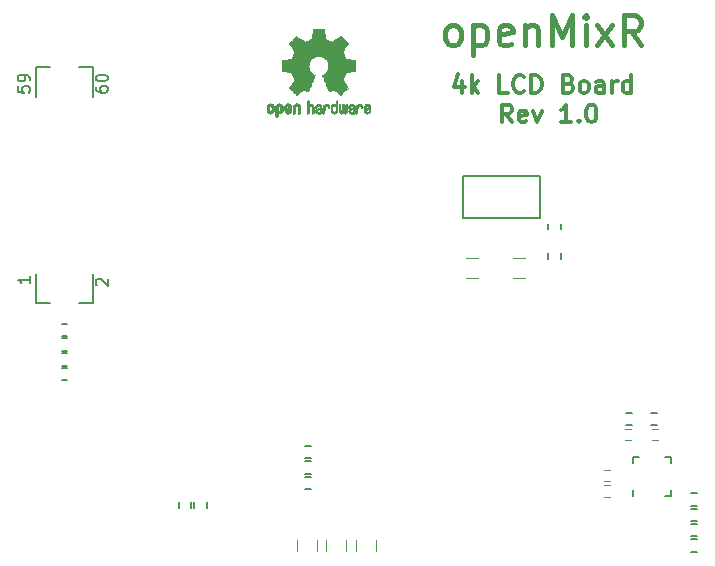
<source format=gto>
G04 #@! TF.FileFunction,Legend,Top*
%FSLAX46Y46*%
G04 Gerber Fmt 4.6, Leading zero omitted, Abs format (unit mm)*
G04 Created by KiCad (PCBNEW 4.0.6) date Mon Apr 10 15:20:49 2017*
%MOMM*%
%LPD*%
G01*
G04 APERTURE LIST*
%ADD10C,0.100000*%
%ADD11C,0.300000*%
%ADD12C,0.400000*%
%ADD13C,0.150000*%
%ADD14C,0.120000*%
%ADD15C,0.010000*%
G04 APERTURE END LIST*
D10*
D11*
X142892858Y-77678571D02*
X142392858Y-76964286D01*
X142035715Y-77678571D02*
X142035715Y-76178571D01*
X142607143Y-76178571D01*
X142750001Y-76250000D01*
X142821429Y-76321429D01*
X142892858Y-76464286D01*
X142892858Y-76678571D01*
X142821429Y-76821429D01*
X142750001Y-76892857D01*
X142607143Y-76964286D01*
X142035715Y-76964286D01*
X144107143Y-77607143D02*
X143964286Y-77678571D01*
X143678572Y-77678571D01*
X143535715Y-77607143D01*
X143464286Y-77464286D01*
X143464286Y-76892857D01*
X143535715Y-76750000D01*
X143678572Y-76678571D01*
X143964286Y-76678571D01*
X144107143Y-76750000D01*
X144178572Y-76892857D01*
X144178572Y-77035714D01*
X143464286Y-77178571D01*
X144678572Y-76678571D02*
X145035715Y-77678571D01*
X145392857Y-76678571D01*
X147892857Y-77678571D02*
X147035714Y-77678571D01*
X147464286Y-77678571D02*
X147464286Y-76178571D01*
X147321429Y-76392857D01*
X147178571Y-76535714D01*
X147035714Y-76607143D01*
X148535714Y-77535714D02*
X148607142Y-77607143D01*
X148535714Y-77678571D01*
X148464285Y-77607143D01*
X148535714Y-77535714D01*
X148535714Y-77678571D01*
X149535714Y-76178571D02*
X149678571Y-76178571D01*
X149821428Y-76250000D01*
X149892857Y-76321429D01*
X149964286Y-76464286D01*
X150035714Y-76750000D01*
X150035714Y-77107143D01*
X149964286Y-77392857D01*
X149892857Y-77535714D01*
X149821428Y-77607143D01*
X149678571Y-77678571D01*
X149535714Y-77678571D01*
X149392857Y-77607143D01*
X149321428Y-77535714D01*
X149250000Y-77392857D01*
X149178571Y-77107143D01*
X149178571Y-76750000D01*
X149250000Y-76464286D01*
X149321428Y-76321429D01*
X149392857Y-76250000D01*
X149535714Y-76178571D01*
X138678572Y-74178571D02*
X138678572Y-75178571D01*
X138321429Y-73607143D02*
X137964286Y-74678571D01*
X138892858Y-74678571D01*
X139464286Y-75178571D02*
X139464286Y-73678571D01*
X139607143Y-74607143D02*
X140035714Y-75178571D01*
X140035714Y-74178571D02*
X139464286Y-74750000D01*
X142535715Y-75178571D02*
X141821429Y-75178571D01*
X141821429Y-73678571D01*
X143892858Y-75035714D02*
X143821429Y-75107143D01*
X143607143Y-75178571D01*
X143464286Y-75178571D01*
X143250001Y-75107143D01*
X143107143Y-74964286D01*
X143035715Y-74821429D01*
X142964286Y-74535714D01*
X142964286Y-74321429D01*
X143035715Y-74035714D01*
X143107143Y-73892857D01*
X143250001Y-73750000D01*
X143464286Y-73678571D01*
X143607143Y-73678571D01*
X143821429Y-73750000D01*
X143892858Y-73821429D01*
X144535715Y-75178571D02*
X144535715Y-73678571D01*
X144892858Y-73678571D01*
X145107143Y-73750000D01*
X145250001Y-73892857D01*
X145321429Y-74035714D01*
X145392858Y-74321429D01*
X145392858Y-74535714D01*
X145321429Y-74821429D01*
X145250001Y-74964286D01*
X145107143Y-75107143D01*
X144892858Y-75178571D01*
X144535715Y-75178571D01*
X147678572Y-74392857D02*
X147892858Y-74464286D01*
X147964286Y-74535714D01*
X148035715Y-74678571D01*
X148035715Y-74892857D01*
X147964286Y-75035714D01*
X147892858Y-75107143D01*
X147750000Y-75178571D01*
X147178572Y-75178571D01*
X147178572Y-73678571D01*
X147678572Y-73678571D01*
X147821429Y-73750000D01*
X147892858Y-73821429D01*
X147964286Y-73964286D01*
X147964286Y-74107143D01*
X147892858Y-74250000D01*
X147821429Y-74321429D01*
X147678572Y-74392857D01*
X147178572Y-74392857D01*
X148892858Y-75178571D02*
X148750000Y-75107143D01*
X148678572Y-75035714D01*
X148607143Y-74892857D01*
X148607143Y-74464286D01*
X148678572Y-74321429D01*
X148750000Y-74250000D01*
X148892858Y-74178571D01*
X149107143Y-74178571D01*
X149250000Y-74250000D01*
X149321429Y-74321429D01*
X149392858Y-74464286D01*
X149392858Y-74892857D01*
X149321429Y-75035714D01*
X149250000Y-75107143D01*
X149107143Y-75178571D01*
X148892858Y-75178571D01*
X150678572Y-75178571D02*
X150678572Y-74392857D01*
X150607143Y-74250000D01*
X150464286Y-74178571D01*
X150178572Y-74178571D01*
X150035715Y-74250000D01*
X150678572Y-75107143D02*
X150535715Y-75178571D01*
X150178572Y-75178571D01*
X150035715Y-75107143D01*
X149964286Y-74964286D01*
X149964286Y-74821429D01*
X150035715Y-74678571D01*
X150178572Y-74607143D01*
X150535715Y-74607143D01*
X150678572Y-74535714D01*
X151392858Y-75178571D02*
X151392858Y-74178571D01*
X151392858Y-74464286D02*
X151464286Y-74321429D01*
X151535715Y-74250000D01*
X151678572Y-74178571D01*
X151821429Y-74178571D01*
X152964286Y-75178571D02*
X152964286Y-73678571D01*
X152964286Y-75107143D02*
X152821429Y-75178571D01*
X152535715Y-75178571D01*
X152392857Y-75107143D01*
X152321429Y-75035714D01*
X152250000Y-74892857D01*
X152250000Y-74464286D01*
X152321429Y-74321429D01*
X152392857Y-74250000D01*
X152535715Y-74178571D01*
X152821429Y-74178571D01*
X152964286Y-74250000D01*
D12*
X137702381Y-71130952D02*
X137464286Y-71011905D01*
X137345238Y-70892857D01*
X137226190Y-70654762D01*
X137226190Y-69940476D01*
X137345238Y-69702381D01*
X137464286Y-69583333D01*
X137702381Y-69464286D01*
X138059524Y-69464286D01*
X138297619Y-69583333D01*
X138416667Y-69702381D01*
X138535714Y-69940476D01*
X138535714Y-70654762D01*
X138416667Y-70892857D01*
X138297619Y-71011905D01*
X138059524Y-71130952D01*
X137702381Y-71130952D01*
X139607143Y-69464286D02*
X139607143Y-71964286D01*
X139607143Y-69583333D02*
X139845238Y-69464286D01*
X140321429Y-69464286D01*
X140559524Y-69583333D01*
X140678572Y-69702381D01*
X140797619Y-69940476D01*
X140797619Y-70654762D01*
X140678572Y-70892857D01*
X140559524Y-71011905D01*
X140321429Y-71130952D01*
X139845238Y-71130952D01*
X139607143Y-71011905D01*
X142821429Y-71011905D02*
X142583334Y-71130952D01*
X142107143Y-71130952D01*
X141869048Y-71011905D01*
X141750000Y-70773810D01*
X141750000Y-69821429D01*
X141869048Y-69583333D01*
X142107143Y-69464286D01*
X142583334Y-69464286D01*
X142821429Y-69583333D01*
X142940477Y-69821429D01*
X142940477Y-70059524D01*
X141750000Y-70297619D01*
X144011905Y-69464286D02*
X144011905Y-71130952D01*
X144011905Y-69702381D02*
X144130953Y-69583333D01*
X144369048Y-69464286D01*
X144726191Y-69464286D01*
X144964286Y-69583333D01*
X145083334Y-69821429D01*
X145083334Y-71130952D01*
X146273810Y-71130952D02*
X146273810Y-68630952D01*
X147107143Y-70416667D01*
X147940477Y-68630952D01*
X147940477Y-71130952D01*
X149130953Y-71130952D02*
X149130953Y-69464286D01*
X149130953Y-68630952D02*
X149011905Y-68750000D01*
X149130953Y-68869048D01*
X149250001Y-68750000D01*
X149130953Y-68630952D01*
X149130953Y-68869048D01*
X150083334Y-71130952D02*
X151392858Y-69464286D01*
X150083334Y-69464286D02*
X151392858Y-71130952D01*
X153773811Y-71130952D02*
X152940477Y-69940476D01*
X152345239Y-71130952D02*
X152345239Y-68630952D01*
X153297620Y-68630952D01*
X153535715Y-68750000D01*
X153654763Y-68869048D01*
X153773811Y-69107143D01*
X153773811Y-69464286D01*
X153654763Y-69702381D01*
X153535715Y-69821429D01*
X153297620Y-69940476D01*
X152345239Y-69940476D01*
D13*
X106200000Y-93000000D02*
X107400000Y-93000000D01*
X107400000Y-93000000D02*
X107400000Y-90500000D01*
X102600000Y-90500000D02*
X102600000Y-93000000D01*
X102600000Y-93000000D02*
X103800000Y-93000000D01*
X103800000Y-73000000D02*
X102600000Y-73000000D01*
X102600000Y-73000000D02*
X102600000Y-75500000D01*
X107400000Y-75500000D02*
X107400000Y-73000000D01*
X107400000Y-73000000D02*
X106200000Y-73000000D01*
D14*
X140000000Y-89150000D02*
X139000000Y-89150000D01*
X139000000Y-90850000D02*
X140000000Y-90850000D01*
X143000000Y-90850000D02*
X144000000Y-90850000D01*
X144000000Y-89150000D02*
X143000000Y-89150000D01*
X128850000Y-114000000D02*
X128850000Y-113000000D01*
X127150000Y-113000000D02*
X127150000Y-114000000D01*
X131350000Y-114000000D02*
X131350000Y-113000000D01*
X129650000Y-113000000D02*
X129650000Y-114000000D01*
X126350000Y-114000000D02*
X126350000Y-113000000D01*
X124650000Y-113000000D02*
X124650000Y-114000000D01*
D13*
X145975000Y-88750000D02*
X145975000Y-89250000D01*
X147025000Y-89250000D02*
X147025000Y-88750000D01*
X145975000Y-86250000D02*
X145975000Y-86750000D01*
X147025000Y-86750000D02*
X147025000Y-86250000D01*
X104750000Y-95775000D02*
X105250000Y-95775000D01*
X105250000Y-94725000D02*
X104750000Y-94725000D01*
X104750000Y-97025000D02*
X105250000Y-97025000D01*
X105250000Y-95975000D02*
X104750000Y-95975000D01*
X104750000Y-98275000D02*
X105250000Y-98275000D01*
X105250000Y-97225000D02*
X104750000Y-97225000D01*
X104750000Y-99525000D02*
X105250000Y-99525000D01*
X105250000Y-98475000D02*
X104750000Y-98475000D01*
X138750000Y-82250000D02*
X138750000Y-85750000D01*
X138750000Y-85750000D02*
X145250000Y-85750000D01*
X145250000Y-85750000D02*
X145250000Y-82250000D01*
X145250000Y-82250000D02*
X138750000Y-82250000D01*
D14*
X150650000Y-108075000D02*
X151150000Y-108075000D01*
X151150000Y-107125000D02*
X150650000Y-107125000D01*
X150650000Y-109375000D02*
X151150000Y-109375000D01*
X151150000Y-108425000D02*
X150650000Y-108425000D01*
X152450000Y-104575000D02*
X152950000Y-104575000D01*
X152950000Y-103625000D02*
X152450000Y-103625000D01*
X155250000Y-103625000D02*
X154750000Y-103625000D01*
X154750000Y-104575000D02*
X155250000Y-104575000D01*
D13*
X158050000Y-114025000D02*
X158550000Y-114025000D01*
X158550000Y-112975000D02*
X158050000Y-112975000D01*
X158050000Y-110125000D02*
X158550000Y-110125000D01*
X158550000Y-109075000D02*
X158050000Y-109075000D01*
X153050000Y-102275000D02*
X152550000Y-102275000D01*
X152550000Y-103325000D02*
X153050000Y-103325000D01*
X154650000Y-103325000D02*
X155150000Y-103325000D01*
X155150000Y-102275000D02*
X154650000Y-102275000D01*
X158050000Y-112725000D02*
X158550000Y-112725000D01*
X158550000Y-111675000D02*
X158050000Y-111675000D01*
X125350000Y-107425000D02*
X125850000Y-107425000D01*
X125850000Y-106375000D02*
X125350000Y-106375000D01*
X125350000Y-106125000D02*
X125850000Y-106125000D01*
X125850000Y-105075000D02*
X125350000Y-105075000D01*
X158050000Y-111425000D02*
X158550000Y-111425000D01*
X158550000Y-110375000D02*
X158050000Y-110375000D01*
X125350000Y-108725000D02*
X125850000Y-108725000D01*
X125850000Y-107675000D02*
X125350000Y-107675000D01*
X117025000Y-110350000D02*
X117025000Y-109850000D01*
X115975000Y-109850000D02*
X115975000Y-110350000D01*
X115725000Y-110350000D02*
X115725000Y-109850000D01*
X114675000Y-109850000D02*
X114675000Y-110350000D01*
X153105000Y-106055000D02*
X153605000Y-106055000D01*
X156355000Y-109305000D02*
X155855000Y-109305000D01*
X156355000Y-106055000D02*
X155855000Y-106055000D01*
X153105000Y-109305000D02*
X153105000Y-108805000D01*
X156355000Y-109305000D02*
X156355000Y-108805000D01*
X156355000Y-106055000D02*
X156355000Y-106555000D01*
X153105000Y-106055000D02*
X153105000Y-106555000D01*
D15*
G36*
X123268886Y-76084505D02*
X123343539Y-76121727D01*
X123409431Y-76190261D01*
X123427577Y-76215648D01*
X123447345Y-76248866D01*
X123460172Y-76284945D01*
X123467510Y-76333098D01*
X123470813Y-76402536D01*
X123471538Y-76494206D01*
X123468263Y-76619830D01*
X123456877Y-76714154D01*
X123435041Y-76784523D01*
X123400419Y-76838286D01*
X123350670Y-76882788D01*
X123347014Y-76885423D01*
X123297985Y-76912377D01*
X123238945Y-76925712D01*
X123163859Y-76929000D01*
X123041795Y-76929000D01*
X123041744Y-77047497D01*
X123040608Y-77113492D01*
X123033686Y-77152202D01*
X123015598Y-77175419D01*
X122980962Y-77194933D01*
X122972645Y-77198920D01*
X122933720Y-77217603D01*
X122903583Y-77229403D01*
X122881174Y-77230422D01*
X122865433Y-77216761D01*
X122855302Y-77184522D01*
X122849723Y-77129804D01*
X122847635Y-77048711D01*
X122847981Y-76937344D01*
X122849700Y-76791802D01*
X122850237Y-76748269D01*
X122852172Y-76598205D01*
X122853904Y-76500042D01*
X123041692Y-76500042D01*
X123042748Y-76583364D01*
X123047438Y-76637880D01*
X123058051Y-76673837D01*
X123076872Y-76701482D01*
X123089650Y-76714965D01*
X123141890Y-76754417D01*
X123188142Y-76757628D01*
X123235867Y-76725049D01*
X123237077Y-76723846D01*
X123256494Y-76698668D01*
X123268307Y-76664447D01*
X123274265Y-76611748D01*
X123276120Y-76531131D01*
X123276154Y-76513271D01*
X123271670Y-76402175D01*
X123257074Y-76325161D01*
X123230650Y-76278147D01*
X123190683Y-76257050D01*
X123167584Y-76254923D01*
X123112762Y-76264900D01*
X123075158Y-76297752D01*
X123052523Y-76357857D01*
X123042606Y-76449598D01*
X123041692Y-76500042D01*
X122853904Y-76500042D01*
X122854222Y-76482060D01*
X122856873Y-76394679D01*
X122860606Y-76330905D01*
X122865907Y-76285582D01*
X122873258Y-76253555D01*
X122883143Y-76229668D01*
X122896046Y-76208764D01*
X122901579Y-76200898D01*
X122974969Y-76126595D01*
X123067760Y-76084467D01*
X123175096Y-76072722D01*
X123268886Y-76084505D01*
X123268886Y-76084505D01*
G37*
X123268886Y-76084505D02*
X123343539Y-76121727D01*
X123409431Y-76190261D01*
X123427577Y-76215648D01*
X123447345Y-76248866D01*
X123460172Y-76284945D01*
X123467510Y-76333098D01*
X123470813Y-76402536D01*
X123471538Y-76494206D01*
X123468263Y-76619830D01*
X123456877Y-76714154D01*
X123435041Y-76784523D01*
X123400419Y-76838286D01*
X123350670Y-76882788D01*
X123347014Y-76885423D01*
X123297985Y-76912377D01*
X123238945Y-76925712D01*
X123163859Y-76929000D01*
X123041795Y-76929000D01*
X123041744Y-77047497D01*
X123040608Y-77113492D01*
X123033686Y-77152202D01*
X123015598Y-77175419D01*
X122980962Y-77194933D01*
X122972645Y-77198920D01*
X122933720Y-77217603D01*
X122903583Y-77229403D01*
X122881174Y-77230422D01*
X122865433Y-77216761D01*
X122855302Y-77184522D01*
X122849723Y-77129804D01*
X122847635Y-77048711D01*
X122847981Y-76937344D01*
X122849700Y-76791802D01*
X122850237Y-76748269D01*
X122852172Y-76598205D01*
X122853904Y-76500042D01*
X123041692Y-76500042D01*
X123042748Y-76583364D01*
X123047438Y-76637880D01*
X123058051Y-76673837D01*
X123076872Y-76701482D01*
X123089650Y-76714965D01*
X123141890Y-76754417D01*
X123188142Y-76757628D01*
X123235867Y-76725049D01*
X123237077Y-76723846D01*
X123256494Y-76698668D01*
X123268307Y-76664447D01*
X123274265Y-76611748D01*
X123276120Y-76531131D01*
X123276154Y-76513271D01*
X123271670Y-76402175D01*
X123257074Y-76325161D01*
X123230650Y-76278147D01*
X123190683Y-76257050D01*
X123167584Y-76254923D01*
X123112762Y-76264900D01*
X123075158Y-76297752D01*
X123052523Y-76357857D01*
X123042606Y-76449598D01*
X123041692Y-76500042D01*
X122853904Y-76500042D01*
X122854222Y-76482060D01*
X122856873Y-76394679D01*
X122860606Y-76330905D01*
X122865907Y-76285582D01*
X122873258Y-76253555D01*
X122883143Y-76229668D01*
X122896046Y-76208764D01*
X122901579Y-76200898D01*
X122974969Y-76126595D01*
X123067760Y-76084467D01*
X123175096Y-76072722D01*
X123268886Y-76084505D01*
G36*
X124771664Y-76095089D02*
X124834367Y-76131358D01*
X124877961Y-76167358D01*
X124909845Y-76205075D01*
X124931810Y-76251199D01*
X124945649Y-76312421D01*
X124953153Y-76395431D01*
X124956117Y-76506919D01*
X124956461Y-76587062D01*
X124956461Y-76882065D01*
X124790385Y-76956515D01*
X124780615Y-76633402D01*
X124776579Y-76512729D01*
X124772344Y-76425141D01*
X124767097Y-76364650D01*
X124760025Y-76325268D01*
X124750311Y-76301007D01*
X124737144Y-76285880D01*
X124732919Y-76282606D01*
X124668909Y-76257034D01*
X124604208Y-76267153D01*
X124565692Y-76294000D01*
X124550025Y-76313024D01*
X124539180Y-76337988D01*
X124532288Y-76375834D01*
X124528479Y-76433502D01*
X124526883Y-76517935D01*
X124526615Y-76605928D01*
X124526563Y-76716323D01*
X124524672Y-76794463D01*
X124518345Y-76847165D01*
X124504983Y-76881242D01*
X124481985Y-76903511D01*
X124446754Y-76920787D01*
X124399697Y-76938738D01*
X124348303Y-76958278D01*
X124354421Y-76611485D01*
X124356884Y-76486468D01*
X124359767Y-76394082D01*
X124363898Y-76327881D01*
X124370107Y-76281420D01*
X124379226Y-76248256D01*
X124392083Y-76221944D01*
X124407584Y-76198729D01*
X124482371Y-76124569D01*
X124573628Y-76081684D01*
X124672883Y-76071412D01*
X124771664Y-76095089D01*
X124771664Y-76095089D01*
G37*
X124771664Y-76095089D02*
X124834367Y-76131358D01*
X124877961Y-76167358D01*
X124909845Y-76205075D01*
X124931810Y-76251199D01*
X124945649Y-76312421D01*
X124953153Y-76395431D01*
X124956117Y-76506919D01*
X124956461Y-76587062D01*
X124956461Y-76882065D01*
X124790385Y-76956515D01*
X124780615Y-76633402D01*
X124776579Y-76512729D01*
X124772344Y-76425141D01*
X124767097Y-76364650D01*
X124760025Y-76325268D01*
X124750311Y-76301007D01*
X124737144Y-76285880D01*
X124732919Y-76282606D01*
X124668909Y-76257034D01*
X124604208Y-76267153D01*
X124565692Y-76294000D01*
X124550025Y-76313024D01*
X124539180Y-76337988D01*
X124532288Y-76375834D01*
X124528479Y-76433502D01*
X124526883Y-76517935D01*
X124526615Y-76605928D01*
X124526563Y-76716323D01*
X124524672Y-76794463D01*
X124518345Y-76847165D01*
X124504983Y-76881242D01*
X124481985Y-76903511D01*
X124446754Y-76920787D01*
X124399697Y-76938738D01*
X124348303Y-76958278D01*
X124354421Y-76611485D01*
X124356884Y-76486468D01*
X124359767Y-76394082D01*
X124363898Y-76327881D01*
X124370107Y-76281420D01*
X124379226Y-76248256D01*
X124392083Y-76221944D01*
X124407584Y-76198729D01*
X124482371Y-76124569D01*
X124573628Y-76081684D01*
X124672883Y-76071412D01*
X124771664Y-76095089D01*
G36*
X122516886Y-76087256D02*
X122608464Y-76135409D01*
X122676049Y-76212905D01*
X122700057Y-76262727D01*
X122718738Y-76337533D01*
X122728301Y-76432052D01*
X122729208Y-76535210D01*
X122721921Y-76635935D01*
X122706903Y-76723153D01*
X122684615Y-76785791D01*
X122677765Y-76796579D01*
X122596632Y-76877105D01*
X122500266Y-76925336D01*
X122395701Y-76939450D01*
X122289968Y-76917629D01*
X122260543Y-76904547D01*
X122203241Y-76864231D01*
X122152950Y-76810775D01*
X122148197Y-76803995D01*
X122128878Y-76771321D01*
X122116108Y-76736394D01*
X122108564Y-76690414D01*
X122104924Y-76624584D01*
X122103865Y-76530105D01*
X122103846Y-76508923D01*
X122103894Y-76502182D01*
X122299231Y-76502182D01*
X122300368Y-76591349D01*
X122304841Y-76650520D01*
X122314246Y-76688741D01*
X122330176Y-76715053D01*
X122338308Y-76723846D01*
X122385058Y-76757261D01*
X122430447Y-76755737D01*
X122476340Y-76726752D01*
X122503712Y-76695809D01*
X122519923Y-76650643D01*
X122529026Y-76579420D01*
X122529651Y-76571114D01*
X122531204Y-76442037D01*
X122514965Y-76346172D01*
X122481152Y-76284107D01*
X122429984Y-76256432D01*
X122411720Y-76254923D01*
X122363760Y-76262513D01*
X122330953Y-76288808D01*
X122310895Y-76339095D01*
X122301178Y-76418664D01*
X122299231Y-76502182D01*
X122103894Y-76502182D01*
X122104574Y-76408249D01*
X122107629Y-76337906D01*
X122114322Y-76289163D01*
X122125960Y-76253288D01*
X122143853Y-76221548D01*
X122147808Y-76215648D01*
X122214267Y-76136104D01*
X122286685Y-76089929D01*
X122374849Y-76071599D01*
X122404787Y-76070703D01*
X122516886Y-76087256D01*
X122516886Y-76087256D01*
G37*
X122516886Y-76087256D02*
X122608464Y-76135409D01*
X122676049Y-76212905D01*
X122700057Y-76262727D01*
X122718738Y-76337533D01*
X122728301Y-76432052D01*
X122729208Y-76535210D01*
X122721921Y-76635935D01*
X122706903Y-76723153D01*
X122684615Y-76785791D01*
X122677765Y-76796579D01*
X122596632Y-76877105D01*
X122500266Y-76925336D01*
X122395701Y-76939450D01*
X122289968Y-76917629D01*
X122260543Y-76904547D01*
X122203241Y-76864231D01*
X122152950Y-76810775D01*
X122148197Y-76803995D01*
X122128878Y-76771321D01*
X122116108Y-76736394D01*
X122108564Y-76690414D01*
X122104924Y-76624584D01*
X122103865Y-76530105D01*
X122103846Y-76508923D01*
X122103894Y-76502182D01*
X122299231Y-76502182D01*
X122300368Y-76591349D01*
X122304841Y-76650520D01*
X122314246Y-76688741D01*
X122330176Y-76715053D01*
X122338308Y-76723846D01*
X122385058Y-76757261D01*
X122430447Y-76755737D01*
X122476340Y-76726752D01*
X122503712Y-76695809D01*
X122519923Y-76650643D01*
X122529026Y-76579420D01*
X122529651Y-76571114D01*
X122531204Y-76442037D01*
X122514965Y-76346172D01*
X122481152Y-76284107D01*
X122429984Y-76256432D01*
X122411720Y-76254923D01*
X122363760Y-76262513D01*
X122330953Y-76288808D01*
X122310895Y-76339095D01*
X122301178Y-76418664D01*
X122299231Y-76502182D01*
X122103894Y-76502182D01*
X122104574Y-76408249D01*
X122107629Y-76337906D01*
X122114322Y-76289163D01*
X122125960Y-76253288D01*
X122143853Y-76221548D01*
X122147808Y-76215648D01*
X122214267Y-76136104D01*
X122286685Y-76089929D01*
X122374849Y-76071599D01*
X122404787Y-76070703D01*
X122516886Y-76087256D01*
G36*
X124034254Y-76099745D02*
X124111286Y-76151567D01*
X124170816Y-76226412D01*
X124206378Y-76321654D01*
X124213571Y-76391756D01*
X124212754Y-76421009D01*
X124205914Y-76443407D01*
X124187112Y-76463474D01*
X124150408Y-76485733D01*
X124089862Y-76514709D01*
X123999534Y-76554927D01*
X123999077Y-76555129D01*
X123915933Y-76593210D01*
X123847753Y-76627025D01*
X123801505Y-76652933D01*
X123784158Y-76667295D01*
X123784154Y-76667411D01*
X123799443Y-76698685D01*
X123835196Y-76733157D01*
X123876242Y-76757990D01*
X123897037Y-76762923D01*
X123953770Y-76745862D01*
X124002627Y-76703133D01*
X124026465Y-76656155D01*
X124049397Y-76621522D01*
X124094318Y-76582081D01*
X124147123Y-76548009D01*
X124193710Y-76529480D01*
X124203452Y-76528462D01*
X124214418Y-76545215D01*
X124215079Y-76588039D01*
X124207020Y-76645781D01*
X124191827Y-76707289D01*
X124171086Y-76761409D01*
X124170038Y-76763510D01*
X124107621Y-76850660D01*
X124026726Y-76909939D01*
X123934856Y-76939034D01*
X123839513Y-76935634D01*
X123748198Y-76897428D01*
X123744138Y-76894741D01*
X123672306Y-76829642D01*
X123625073Y-76744705D01*
X123598934Y-76633021D01*
X123595426Y-76601643D01*
X123589213Y-76453536D01*
X123596661Y-76384468D01*
X123784154Y-76384468D01*
X123786590Y-76427552D01*
X123799914Y-76440126D01*
X123833132Y-76430719D01*
X123885494Y-76408483D01*
X123944024Y-76380610D01*
X123945479Y-76379872D01*
X123995089Y-76353777D01*
X124015000Y-76336363D01*
X124010090Y-76318107D01*
X123989416Y-76294120D01*
X123936819Y-76259406D01*
X123880177Y-76256856D01*
X123829369Y-76282119D01*
X123794276Y-76330847D01*
X123784154Y-76384468D01*
X123596661Y-76384468D01*
X123601992Y-76335036D01*
X123634778Y-76241055D01*
X123680421Y-76175215D01*
X123762802Y-76108681D01*
X123853546Y-76075676D01*
X123946185Y-76073573D01*
X124034254Y-76099745D01*
X124034254Y-76099745D01*
G37*
X124034254Y-76099745D02*
X124111286Y-76151567D01*
X124170816Y-76226412D01*
X124206378Y-76321654D01*
X124213571Y-76391756D01*
X124212754Y-76421009D01*
X124205914Y-76443407D01*
X124187112Y-76463474D01*
X124150408Y-76485733D01*
X124089862Y-76514709D01*
X123999534Y-76554927D01*
X123999077Y-76555129D01*
X123915933Y-76593210D01*
X123847753Y-76627025D01*
X123801505Y-76652933D01*
X123784158Y-76667295D01*
X123784154Y-76667411D01*
X123799443Y-76698685D01*
X123835196Y-76733157D01*
X123876242Y-76757990D01*
X123897037Y-76762923D01*
X123953770Y-76745862D01*
X124002627Y-76703133D01*
X124026465Y-76656155D01*
X124049397Y-76621522D01*
X124094318Y-76582081D01*
X124147123Y-76548009D01*
X124193710Y-76529480D01*
X124203452Y-76528462D01*
X124214418Y-76545215D01*
X124215079Y-76588039D01*
X124207020Y-76645781D01*
X124191827Y-76707289D01*
X124171086Y-76761409D01*
X124170038Y-76763510D01*
X124107621Y-76850660D01*
X124026726Y-76909939D01*
X123934856Y-76939034D01*
X123839513Y-76935634D01*
X123748198Y-76897428D01*
X123744138Y-76894741D01*
X123672306Y-76829642D01*
X123625073Y-76744705D01*
X123598934Y-76633021D01*
X123595426Y-76601643D01*
X123589213Y-76453536D01*
X123596661Y-76384468D01*
X123784154Y-76384468D01*
X123786590Y-76427552D01*
X123799914Y-76440126D01*
X123833132Y-76430719D01*
X123885494Y-76408483D01*
X123944024Y-76380610D01*
X123945479Y-76379872D01*
X123995089Y-76353777D01*
X124015000Y-76336363D01*
X124010090Y-76318107D01*
X123989416Y-76294120D01*
X123936819Y-76259406D01*
X123880177Y-76256856D01*
X123829369Y-76282119D01*
X123794276Y-76330847D01*
X123784154Y-76384468D01*
X123596661Y-76384468D01*
X123601992Y-76335036D01*
X123634778Y-76241055D01*
X123680421Y-76175215D01*
X123762802Y-76108681D01*
X123853546Y-76075676D01*
X123946185Y-76073573D01*
X124034254Y-76099745D01*
G36*
X125659846Y-75992120D02*
X125665572Y-76071980D01*
X125672149Y-76119039D01*
X125681262Y-76139566D01*
X125694598Y-76139829D01*
X125698923Y-76137378D01*
X125756444Y-76119636D01*
X125831268Y-76120672D01*
X125907339Y-76138910D01*
X125954918Y-76162505D01*
X126003702Y-76200198D01*
X126039364Y-76242855D01*
X126063845Y-76297057D01*
X126079087Y-76369384D01*
X126087030Y-76466419D01*
X126089616Y-76594742D01*
X126089662Y-76619358D01*
X126089692Y-76895870D01*
X126028161Y-76917320D01*
X125984459Y-76931912D01*
X125960482Y-76938706D01*
X125959777Y-76938769D01*
X125957415Y-76920345D01*
X125955406Y-76869526D01*
X125953901Y-76792993D01*
X125953053Y-76697430D01*
X125952923Y-76639329D01*
X125952651Y-76524771D01*
X125951252Y-76442667D01*
X125947849Y-76386393D01*
X125941567Y-76349326D01*
X125931529Y-76324844D01*
X125916861Y-76306325D01*
X125907702Y-76297406D01*
X125844789Y-76261466D01*
X125776136Y-76258775D01*
X125713848Y-76289170D01*
X125702329Y-76300144D01*
X125685433Y-76320779D01*
X125673714Y-76345256D01*
X125666233Y-76380647D01*
X125662054Y-76434026D01*
X125660237Y-76512466D01*
X125659846Y-76620617D01*
X125659846Y-76895870D01*
X125598315Y-76917320D01*
X125554613Y-76931912D01*
X125530636Y-76938706D01*
X125529930Y-76938769D01*
X125528126Y-76920069D01*
X125526500Y-76867322D01*
X125525117Y-76785557D01*
X125524042Y-76679805D01*
X125523340Y-76555094D01*
X125523077Y-76416455D01*
X125523077Y-75881806D01*
X125650077Y-75828236D01*
X125659846Y-75992120D01*
X125659846Y-75992120D01*
G37*
X125659846Y-75992120D02*
X125665572Y-76071980D01*
X125672149Y-76119039D01*
X125681262Y-76139566D01*
X125694598Y-76139829D01*
X125698923Y-76137378D01*
X125756444Y-76119636D01*
X125831268Y-76120672D01*
X125907339Y-76138910D01*
X125954918Y-76162505D01*
X126003702Y-76200198D01*
X126039364Y-76242855D01*
X126063845Y-76297057D01*
X126079087Y-76369384D01*
X126087030Y-76466419D01*
X126089616Y-76594742D01*
X126089662Y-76619358D01*
X126089692Y-76895870D01*
X126028161Y-76917320D01*
X125984459Y-76931912D01*
X125960482Y-76938706D01*
X125959777Y-76938769D01*
X125957415Y-76920345D01*
X125955406Y-76869526D01*
X125953901Y-76792993D01*
X125953053Y-76697430D01*
X125952923Y-76639329D01*
X125952651Y-76524771D01*
X125951252Y-76442667D01*
X125947849Y-76386393D01*
X125941567Y-76349326D01*
X125931529Y-76324844D01*
X125916861Y-76306325D01*
X125907702Y-76297406D01*
X125844789Y-76261466D01*
X125776136Y-76258775D01*
X125713848Y-76289170D01*
X125702329Y-76300144D01*
X125685433Y-76320779D01*
X125673714Y-76345256D01*
X125666233Y-76380647D01*
X125662054Y-76434026D01*
X125660237Y-76512466D01*
X125659846Y-76620617D01*
X125659846Y-76895870D01*
X125598315Y-76917320D01*
X125554613Y-76931912D01*
X125530636Y-76938706D01*
X125529930Y-76938769D01*
X125528126Y-76920069D01*
X125526500Y-76867322D01*
X125525117Y-76785557D01*
X125524042Y-76679805D01*
X125523340Y-76555094D01*
X125523077Y-76416455D01*
X125523077Y-75881806D01*
X125650077Y-75828236D01*
X125659846Y-75992120D01*
G36*
X126553501Y-76126303D02*
X126630060Y-76154733D01*
X126630936Y-76155279D01*
X126678285Y-76190127D01*
X126713241Y-76230852D01*
X126737825Y-76283925D01*
X126754062Y-76355814D01*
X126763975Y-76452992D01*
X126769586Y-76581928D01*
X126770077Y-76600298D01*
X126777141Y-76877287D01*
X126717695Y-76908028D01*
X126674681Y-76928802D01*
X126648710Y-76938646D01*
X126647509Y-76938769D01*
X126643014Y-76920606D01*
X126639444Y-76871612D01*
X126637248Y-76800031D01*
X126636769Y-76742068D01*
X126636758Y-76648170D01*
X126632466Y-76589203D01*
X126617503Y-76561079D01*
X126585482Y-76559706D01*
X126530014Y-76580998D01*
X126446269Y-76620136D01*
X126384689Y-76652643D01*
X126353017Y-76680845D01*
X126343706Y-76711582D01*
X126343692Y-76713104D01*
X126359057Y-76766054D01*
X126404547Y-76794660D01*
X126474166Y-76798803D01*
X126524313Y-76798084D01*
X126550754Y-76812527D01*
X126567243Y-76847218D01*
X126576733Y-76891416D01*
X126563057Y-76916493D01*
X126557907Y-76920082D01*
X126509425Y-76934496D01*
X126441531Y-76936537D01*
X126371612Y-76926983D01*
X126322068Y-76909522D01*
X126253570Y-76851364D01*
X126214634Y-76770408D01*
X126206923Y-76707160D01*
X126212807Y-76650111D01*
X126234101Y-76603542D01*
X126276265Y-76562181D01*
X126344759Y-76520755D01*
X126445044Y-76473993D01*
X126451154Y-76471350D01*
X126541490Y-76429617D01*
X126597235Y-76395391D01*
X126621129Y-76364635D01*
X126615913Y-76333311D01*
X126584328Y-76297383D01*
X126574883Y-76289116D01*
X126511617Y-76257058D01*
X126446064Y-76258407D01*
X126388972Y-76289838D01*
X126351093Y-76348024D01*
X126347574Y-76359446D01*
X126313300Y-76414837D01*
X126269809Y-76441518D01*
X126206923Y-76467960D01*
X126206923Y-76399548D01*
X126226052Y-76300110D01*
X126282831Y-76208902D01*
X126312378Y-76178389D01*
X126379542Y-76139228D01*
X126464956Y-76121500D01*
X126553501Y-76126303D01*
X126553501Y-76126303D01*
G37*
X126553501Y-76126303D02*
X126630060Y-76154733D01*
X126630936Y-76155279D01*
X126678285Y-76190127D01*
X126713241Y-76230852D01*
X126737825Y-76283925D01*
X126754062Y-76355814D01*
X126763975Y-76452992D01*
X126769586Y-76581928D01*
X126770077Y-76600298D01*
X126777141Y-76877287D01*
X126717695Y-76908028D01*
X126674681Y-76928802D01*
X126648710Y-76938646D01*
X126647509Y-76938769D01*
X126643014Y-76920606D01*
X126639444Y-76871612D01*
X126637248Y-76800031D01*
X126636769Y-76742068D01*
X126636758Y-76648170D01*
X126632466Y-76589203D01*
X126617503Y-76561079D01*
X126585482Y-76559706D01*
X126530014Y-76580998D01*
X126446269Y-76620136D01*
X126384689Y-76652643D01*
X126353017Y-76680845D01*
X126343706Y-76711582D01*
X126343692Y-76713104D01*
X126359057Y-76766054D01*
X126404547Y-76794660D01*
X126474166Y-76798803D01*
X126524313Y-76798084D01*
X126550754Y-76812527D01*
X126567243Y-76847218D01*
X126576733Y-76891416D01*
X126563057Y-76916493D01*
X126557907Y-76920082D01*
X126509425Y-76934496D01*
X126441531Y-76936537D01*
X126371612Y-76926983D01*
X126322068Y-76909522D01*
X126253570Y-76851364D01*
X126214634Y-76770408D01*
X126206923Y-76707160D01*
X126212807Y-76650111D01*
X126234101Y-76603542D01*
X126276265Y-76562181D01*
X126344759Y-76520755D01*
X126445044Y-76473993D01*
X126451154Y-76471350D01*
X126541490Y-76429617D01*
X126597235Y-76395391D01*
X126621129Y-76364635D01*
X126615913Y-76333311D01*
X126584328Y-76297383D01*
X126574883Y-76289116D01*
X126511617Y-76257058D01*
X126446064Y-76258407D01*
X126388972Y-76289838D01*
X126351093Y-76348024D01*
X126347574Y-76359446D01*
X126313300Y-76414837D01*
X126269809Y-76441518D01*
X126206923Y-76467960D01*
X126206923Y-76399548D01*
X126226052Y-76300110D01*
X126282831Y-76208902D01*
X126312378Y-76178389D01*
X126379542Y-76139228D01*
X126464956Y-76121500D01*
X126553501Y-76126303D01*
G36*
X127213362Y-76124670D02*
X127302117Y-76157421D01*
X127374022Y-76215350D01*
X127402144Y-76256128D01*
X127432802Y-76330954D01*
X127432165Y-76385058D01*
X127399987Y-76421446D01*
X127388081Y-76427633D01*
X127336675Y-76446925D01*
X127310422Y-76441982D01*
X127301530Y-76409587D01*
X127301077Y-76391692D01*
X127284797Y-76325859D01*
X127242365Y-76279807D01*
X127183388Y-76257564D01*
X127117475Y-76263161D01*
X127063895Y-76292229D01*
X127045798Y-76308810D01*
X127032971Y-76328925D01*
X127024306Y-76359332D01*
X127018696Y-76406788D01*
X127015035Y-76478050D01*
X127012215Y-76579875D01*
X127011484Y-76612115D01*
X127008820Y-76722410D01*
X127005792Y-76800036D01*
X127001250Y-76851396D01*
X126994046Y-76882890D01*
X126983033Y-76900920D01*
X126967060Y-76911888D01*
X126956834Y-76916733D01*
X126913406Y-76933301D01*
X126887842Y-76938769D01*
X126879395Y-76920507D01*
X126874239Y-76865296D01*
X126872346Y-76772499D01*
X126873689Y-76641478D01*
X126874107Y-76621269D01*
X126877058Y-76501733D01*
X126880548Y-76414449D01*
X126885514Y-76352591D01*
X126892893Y-76309336D01*
X126903624Y-76277860D01*
X126918645Y-76251339D01*
X126926502Y-76239975D01*
X126971553Y-76189692D01*
X127021940Y-76150581D01*
X127028108Y-76147167D01*
X127118458Y-76120212D01*
X127213362Y-76124670D01*
X127213362Y-76124670D01*
G37*
X127213362Y-76124670D02*
X127302117Y-76157421D01*
X127374022Y-76215350D01*
X127402144Y-76256128D01*
X127432802Y-76330954D01*
X127432165Y-76385058D01*
X127399987Y-76421446D01*
X127388081Y-76427633D01*
X127336675Y-76446925D01*
X127310422Y-76441982D01*
X127301530Y-76409587D01*
X127301077Y-76391692D01*
X127284797Y-76325859D01*
X127242365Y-76279807D01*
X127183388Y-76257564D01*
X127117475Y-76263161D01*
X127063895Y-76292229D01*
X127045798Y-76308810D01*
X127032971Y-76328925D01*
X127024306Y-76359332D01*
X127018696Y-76406788D01*
X127015035Y-76478050D01*
X127012215Y-76579875D01*
X127011484Y-76612115D01*
X127008820Y-76722410D01*
X127005792Y-76800036D01*
X127001250Y-76851396D01*
X126994046Y-76882890D01*
X126983033Y-76900920D01*
X126967060Y-76911888D01*
X126956834Y-76916733D01*
X126913406Y-76933301D01*
X126887842Y-76938769D01*
X126879395Y-76920507D01*
X126874239Y-76865296D01*
X126872346Y-76772499D01*
X126873689Y-76641478D01*
X126874107Y-76621269D01*
X126877058Y-76501733D01*
X126880548Y-76414449D01*
X126885514Y-76352591D01*
X126892893Y-76309336D01*
X126903624Y-76277860D01*
X126918645Y-76251339D01*
X126926502Y-76239975D01*
X126971553Y-76189692D01*
X127021940Y-76150581D01*
X127028108Y-76147167D01*
X127118458Y-76120212D01*
X127213362Y-76124670D01*
G36*
X128102081Y-76280289D02*
X128101833Y-76426320D01*
X128100872Y-76538655D01*
X128098794Y-76622678D01*
X128095193Y-76683769D01*
X128089665Y-76727309D01*
X128081804Y-76758679D01*
X128071207Y-76783262D01*
X128063182Y-76797294D01*
X127996728Y-76873388D01*
X127912470Y-76921084D01*
X127819249Y-76938199D01*
X127725900Y-76922546D01*
X127670312Y-76894418D01*
X127611957Y-76845760D01*
X127572186Y-76786333D01*
X127548190Y-76708507D01*
X127537161Y-76604652D01*
X127535599Y-76528462D01*
X127535809Y-76522986D01*
X127672308Y-76522986D01*
X127673141Y-76610355D01*
X127676961Y-76668192D01*
X127685746Y-76706029D01*
X127701474Y-76733398D01*
X127720266Y-76754042D01*
X127783375Y-76793890D01*
X127851137Y-76797295D01*
X127915179Y-76764025D01*
X127920164Y-76759517D01*
X127941439Y-76736067D01*
X127954779Y-76708166D01*
X127962001Y-76666641D01*
X127964923Y-76602316D01*
X127965385Y-76531200D01*
X127964383Y-76441858D01*
X127960238Y-76382258D01*
X127951236Y-76343089D01*
X127935667Y-76315040D01*
X127922902Y-76300144D01*
X127863600Y-76262575D01*
X127795301Y-76258057D01*
X127730110Y-76286753D01*
X127717528Y-76297406D01*
X127696111Y-76321063D01*
X127682744Y-76349251D01*
X127675566Y-76391245D01*
X127672719Y-76456319D01*
X127672308Y-76522986D01*
X127535809Y-76522986D01*
X127540322Y-76405765D01*
X127556362Y-76313577D01*
X127586528Y-76244269D01*
X127633629Y-76190211D01*
X127670312Y-76162505D01*
X127736990Y-76132572D01*
X127814272Y-76118678D01*
X127886110Y-76122397D01*
X127926308Y-76137400D01*
X127942082Y-76141670D01*
X127952550Y-76125750D01*
X127959856Y-76083089D01*
X127965385Y-76018106D01*
X127971437Y-75945732D01*
X127979844Y-75902187D01*
X127995141Y-75877287D01*
X128021864Y-75860845D01*
X128038654Y-75853564D01*
X128102154Y-75826963D01*
X128102081Y-76280289D01*
X128102081Y-76280289D01*
G37*
X128102081Y-76280289D02*
X128101833Y-76426320D01*
X128100872Y-76538655D01*
X128098794Y-76622678D01*
X128095193Y-76683769D01*
X128089665Y-76727309D01*
X128081804Y-76758679D01*
X128071207Y-76783262D01*
X128063182Y-76797294D01*
X127996728Y-76873388D01*
X127912470Y-76921084D01*
X127819249Y-76938199D01*
X127725900Y-76922546D01*
X127670312Y-76894418D01*
X127611957Y-76845760D01*
X127572186Y-76786333D01*
X127548190Y-76708507D01*
X127537161Y-76604652D01*
X127535599Y-76528462D01*
X127535809Y-76522986D01*
X127672308Y-76522986D01*
X127673141Y-76610355D01*
X127676961Y-76668192D01*
X127685746Y-76706029D01*
X127701474Y-76733398D01*
X127720266Y-76754042D01*
X127783375Y-76793890D01*
X127851137Y-76797295D01*
X127915179Y-76764025D01*
X127920164Y-76759517D01*
X127941439Y-76736067D01*
X127954779Y-76708166D01*
X127962001Y-76666641D01*
X127964923Y-76602316D01*
X127965385Y-76531200D01*
X127964383Y-76441858D01*
X127960238Y-76382258D01*
X127951236Y-76343089D01*
X127935667Y-76315040D01*
X127922902Y-76300144D01*
X127863600Y-76262575D01*
X127795301Y-76258057D01*
X127730110Y-76286753D01*
X127717528Y-76297406D01*
X127696111Y-76321063D01*
X127682744Y-76349251D01*
X127675566Y-76391245D01*
X127672719Y-76456319D01*
X127672308Y-76522986D01*
X127535809Y-76522986D01*
X127540322Y-76405765D01*
X127556362Y-76313577D01*
X127586528Y-76244269D01*
X127633629Y-76190211D01*
X127670312Y-76162505D01*
X127736990Y-76132572D01*
X127814272Y-76118678D01*
X127886110Y-76122397D01*
X127926308Y-76137400D01*
X127942082Y-76141670D01*
X127952550Y-76125750D01*
X127959856Y-76083089D01*
X127965385Y-76018106D01*
X127971437Y-75945732D01*
X127979844Y-75902187D01*
X127995141Y-75877287D01*
X128021864Y-75860845D01*
X128038654Y-75853564D01*
X128102154Y-75826963D01*
X128102081Y-76280289D01*
G36*
X128895929Y-76136662D02*
X128898911Y-76188068D01*
X128901247Y-76266192D01*
X128902749Y-76364857D01*
X128903231Y-76468343D01*
X128903231Y-76818533D01*
X128841401Y-76880363D01*
X128798793Y-76918462D01*
X128761390Y-76933895D01*
X128710270Y-76932918D01*
X128689978Y-76930433D01*
X128626554Y-76923200D01*
X128574095Y-76919055D01*
X128561308Y-76918672D01*
X128518199Y-76921176D01*
X128456544Y-76927462D01*
X128432638Y-76930433D01*
X128373922Y-76935028D01*
X128334464Y-76925046D01*
X128295338Y-76894228D01*
X128281215Y-76880363D01*
X128219385Y-76818533D01*
X128219385Y-76163503D01*
X128269150Y-76140829D01*
X128312002Y-76124034D01*
X128337073Y-76118154D01*
X128343501Y-76136736D01*
X128349509Y-76188655D01*
X128354697Y-76268172D01*
X128358664Y-76369546D01*
X128360577Y-76455192D01*
X128365923Y-76792231D01*
X128412560Y-76798825D01*
X128454976Y-76794214D01*
X128475760Y-76779287D01*
X128481570Y-76751377D01*
X128486530Y-76691925D01*
X128490246Y-76608466D01*
X128492324Y-76508532D01*
X128492624Y-76457104D01*
X128492923Y-76161054D01*
X128554454Y-76139604D01*
X128598004Y-76125020D01*
X128621694Y-76118219D01*
X128622377Y-76118154D01*
X128624754Y-76136642D01*
X128627366Y-76187906D01*
X128629995Y-76265649D01*
X128632421Y-76363574D01*
X128634115Y-76455192D01*
X128639461Y-76792231D01*
X128756692Y-76792231D01*
X128762072Y-76484746D01*
X128767451Y-76177261D01*
X128824601Y-76147707D01*
X128866797Y-76127413D01*
X128891770Y-76118204D01*
X128892491Y-76118154D01*
X128895929Y-76136662D01*
X128895929Y-76136662D01*
G37*
X128895929Y-76136662D02*
X128898911Y-76188068D01*
X128901247Y-76266192D01*
X128902749Y-76364857D01*
X128903231Y-76468343D01*
X128903231Y-76818533D01*
X128841401Y-76880363D01*
X128798793Y-76918462D01*
X128761390Y-76933895D01*
X128710270Y-76932918D01*
X128689978Y-76930433D01*
X128626554Y-76923200D01*
X128574095Y-76919055D01*
X128561308Y-76918672D01*
X128518199Y-76921176D01*
X128456544Y-76927462D01*
X128432638Y-76930433D01*
X128373922Y-76935028D01*
X128334464Y-76925046D01*
X128295338Y-76894228D01*
X128281215Y-76880363D01*
X128219385Y-76818533D01*
X128219385Y-76163503D01*
X128269150Y-76140829D01*
X128312002Y-76124034D01*
X128337073Y-76118154D01*
X128343501Y-76136736D01*
X128349509Y-76188655D01*
X128354697Y-76268172D01*
X128358664Y-76369546D01*
X128360577Y-76455192D01*
X128365923Y-76792231D01*
X128412560Y-76798825D01*
X128454976Y-76794214D01*
X128475760Y-76779287D01*
X128481570Y-76751377D01*
X128486530Y-76691925D01*
X128490246Y-76608466D01*
X128492324Y-76508532D01*
X128492624Y-76457104D01*
X128492923Y-76161054D01*
X128554454Y-76139604D01*
X128598004Y-76125020D01*
X128621694Y-76118219D01*
X128622377Y-76118154D01*
X128624754Y-76136642D01*
X128627366Y-76187906D01*
X128629995Y-76265649D01*
X128632421Y-76363574D01*
X128634115Y-76455192D01*
X128639461Y-76792231D01*
X128756692Y-76792231D01*
X128762072Y-76484746D01*
X128767451Y-76177261D01*
X128824601Y-76147707D01*
X128866797Y-76127413D01*
X128891770Y-76118204D01*
X128892491Y-76118154D01*
X128895929Y-76136662D01*
G36*
X129387333Y-76133528D02*
X129443590Y-76159117D01*
X129487747Y-76190124D01*
X129520101Y-76224795D01*
X129542438Y-76269520D01*
X129556546Y-76330692D01*
X129564211Y-76414701D01*
X129567220Y-76527940D01*
X129567538Y-76602509D01*
X129567538Y-76893420D01*
X129517773Y-76916095D01*
X129478576Y-76932667D01*
X129459157Y-76938769D01*
X129455442Y-76920610D01*
X129452495Y-76871648D01*
X129450691Y-76800153D01*
X129450308Y-76743385D01*
X129448661Y-76661371D01*
X129444222Y-76596309D01*
X129437740Y-76556467D01*
X129432590Y-76548000D01*
X129397977Y-76556646D01*
X129343640Y-76578823D01*
X129280722Y-76608886D01*
X129220368Y-76641192D01*
X129173721Y-76670098D01*
X129151926Y-76689961D01*
X129151839Y-76690175D01*
X129153714Y-76726935D01*
X129170525Y-76762026D01*
X129200039Y-76790528D01*
X129243116Y-76800061D01*
X129279932Y-76798950D01*
X129332074Y-76798133D01*
X129359444Y-76810349D01*
X129375882Y-76842624D01*
X129377955Y-76848710D01*
X129385081Y-76894739D01*
X129366024Y-76922687D01*
X129316353Y-76936007D01*
X129262697Y-76938470D01*
X129166142Y-76920210D01*
X129116159Y-76894131D01*
X129054429Y-76832868D01*
X129021690Y-76757670D01*
X129018753Y-76678211D01*
X129046424Y-76604167D01*
X129088047Y-76557769D01*
X129129604Y-76531793D01*
X129194922Y-76498907D01*
X129271038Y-76465557D01*
X129283726Y-76460461D01*
X129367333Y-76423565D01*
X129415530Y-76391046D01*
X129431030Y-76358718D01*
X129416550Y-76322394D01*
X129391692Y-76294000D01*
X129332939Y-76259039D01*
X129268293Y-76256417D01*
X129209008Y-76283358D01*
X129166339Y-76337088D01*
X129160739Y-76350950D01*
X129128133Y-76401936D01*
X129080530Y-76439787D01*
X129020461Y-76470850D01*
X129020461Y-76382768D01*
X129023997Y-76328951D01*
X129039156Y-76286534D01*
X129072768Y-76241279D01*
X129105035Y-76206420D01*
X129155209Y-76157062D01*
X129194193Y-76130547D01*
X129236064Y-76119911D01*
X129283460Y-76118154D01*
X129387333Y-76133528D01*
X129387333Y-76133528D01*
G37*
X129387333Y-76133528D02*
X129443590Y-76159117D01*
X129487747Y-76190124D01*
X129520101Y-76224795D01*
X129542438Y-76269520D01*
X129556546Y-76330692D01*
X129564211Y-76414701D01*
X129567220Y-76527940D01*
X129567538Y-76602509D01*
X129567538Y-76893420D01*
X129517773Y-76916095D01*
X129478576Y-76932667D01*
X129459157Y-76938769D01*
X129455442Y-76920610D01*
X129452495Y-76871648D01*
X129450691Y-76800153D01*
X129450308Y-76743385D01*
X129448661Y-76661371D01*
X129444222Y-76596309D01*
X129437740Y-76556467D01*
X129432590Y-76548000D01*
X129397977Y-76556646D01*
X129343640Y-76578823D01*
X129280722Y-76608886D01*
X129220368Y-76641192D01*
X129173721Y-76670098D01*
X129151926Y-76689961D01*
X129151839Y-76690175D01*
X129153714Y-76726935D01*
X129170525Y-76762026D01*
X129200039Y-76790528D01*
X129243116Y-76800061D01*
X129279932Y-76798950D01*
X129332074Y-76798133D01*
X129359444Y-76810349D01*
X129375882Y-76842624D01*
X129377955Y-76848710D01*
X129385081Y-76894739D01*
X129366024Y-76922687D01*
X129316353Y-76936007D01*
X129262697Y-76938470D01*
X129166142Y-76920210D01*
X129116159Y-76894131D01*
X129054429Y-76832868D01*
X129021690Y-76757670D01*
X129018753Y-76678211D01*
X129046424Y-76604167D01*
X129088047Y-76557769D01*
X129129604Y-76531793D01*
X129194922Y-76498907D01*
X129271038Y-76465557D01*
X129283726Y-76460461D01*
X129367333Y-76423565D01*
X129415530Y-76391046D01*
X129431030Y-76358718D01*
X129416550Y-76322394D01*
X129391692Y-76294000D01*
X129332939Y-76259039D01*
X129268293Y-76256417D01*
X129209008Y-76283358D01*
X129166339Y-76337088D01*
X129160739Y-76350950D01*
X129128133Y-76401936D01*
X129080530Y-76439787D01*
X129020461Y-76470850D01*
X129020461Y-76382768D01*
X129023997Y-76328951D01*
X129039156Y-76286534D01*
X129072768Y-76241279D01*
X129105035Y-76206420D01*
X129155209Y-76157062D01*
X129194193Y-76130547D01*
X129236064Y-76119911D01*
X129283460Y-76118154D01*
X129387333Y-76133528D01*
G36*
X130070807Y-76136782D02*
X130094161Y-76146988D01*
X130149902Y-76191134D01*
X130197569Y-76254967D01*
X130227048Y-76323087D01*
X130231846Y-76356670D01*
X130215760Y-76403556D01*
X130180475Y-76428365D01*
X130142644Y-76443387D01*
X130125321Y-76446155D01*
X130116886Y-76426066D01*
X130100230Y-76382351D01*
X130092923Y-76362598D01*
X130051948Y-76294271D01*
X129992622Y-76260191D01*
X129916552Y-76261239D01*
X129910918Y-76262581D01*
X129870305Y-76281836D01*
X129840448Y-76319375D01*
X129820055Y-76379809D01*
X129807836Y-76467751D01*
X129802500Y-76587813D01*
X129802000Y-76651698D01*
X129801752Y-76752403D01*
X129800126Y-76821054D01*
X129795801Y-76864673D01*
X129787454Y-76890282D01*
X129773765Y-76904903D01*
X129753411Y-76915558D01*
X129752234Y-76916095D01*
X129713038Y-76932667D01*
X129693619Y-76938769D01*
X129690635Y-76920319D01*
X129688081Y-76869323D01*
X129686140Y-76792308D01*
X129684997Y-76695805D01*
X129684769Y-76625184D01*
X129685932Y-76488525D01*
X129690479Y-76384851D01*
X129699999Y-76308108D01*
X129716081Y-76252246D01*
X129740313Y-76211212D01*
X129774286Y-76178954D01*
X129807833Y-76156440D01*
X129888499Y-76126476D01*
X129982381Y-76119718D01*
X130070807Y-76136782D01*
X130070807Y-76136782D01*
G37*
X130070807Y-76136782D02*
X130094161Y-76146988D01*
X130149902Y-76191134D01*
X130197569Y-76254967D01*
X130227048Y-76323087D01*
X130231846Y-76356670D01*
X130215760Y-76403556D01*
X130180475Y-76428365D01*
X130142644Y-76443387D01*
X130125321Y-76446155D01*
X130116886Y-76426066D01*
X130100230Y-76382351D01*
X130092923Y-76362598D01*
X130051948Y-76294271D01*
X129992622Y-76260191D01*
X129916552Y-76261239D01*
X129910918Y-76262581D01*
X129870305Y-76281836D01*
X129840448Y-76319375D01*
X129820055Y-76379809D01*
X129807836Y-76467751D01*
X129802500Y-76587813D01*
X129802000Y-76651698D01*
X129801752Y-76752403D01*
X129800126Y-76821054D01*
X129795801Y-76864673D01*
X129787454Y-76890282D01*
X129773765Y-76904903D01*
X129753411Y-76915558D01*
X129752234Y-76916095D01*
X129713038Y-76932667D01*
X129693619Y-76938769D01*
X129690635Y-76920319D01*
X129688081Y-76869323D01*
X129686140Y-76792308D01*
X129684997Y-76695805D01*
X129684769Y-76625184D01*
X129685932Y-76488525D01*
X129690479Y-76384851D01*
X129699999Y-76308108D01*
X129716081Y-76252246D01*
X129740313Y-76211212D01*
X129774286Y-76178954D01*
X129807833Y-76156440D01*
X129888499Y-76126476D01*
X129982381Y-76119718D01*
X130070807Y-76136782D01*
G36*
X130745224Y-76147838D02*
X130822528Y-76198361D01*
X130859814Y-76243590D01*
X130889353Y-76325663D01*
X130891699Y-76390607D01*
X130886385Y-76477445D01*
X130686115Y-76565103D01*
X130588739Y-76609887D01*
X130525113Y-76645913D01*
X130492029Y-76677117D01*
X130486280Y-76707436D01*
X130504658Y-76740805D01*
X130524923Y-76762923D01*
X130583889Y-76798393D01*
X130648024Y-76800879D01*
X130706926Y-76773235D01*
X130750197Y-76718320D01*
X130757936Y-76698928D01*
X130795006Y-76638364D01*
X130837654Y-76612552D01*
X130896154Y-76590471D01*
X130896154Y-76674184D01*
X130890982Y-76731150D01*
X130870723Y-76779189D01*
X130828262Y-76834346D01*
X130821951Y-76841514D01*
X130774720Y-76890585D01*
X130734121Y-76916920D01*
X130683328Y-76929035D01*
X130641220Y-76933003D01*
X130565902Y-76933991D01*
X130512286Y-76921466D01*
X130478838Y-76902869D01*
X130426268Y-76861975D01*
X130389879Y-76817748D01*
X130366850Y-76762126D01*
X130354359Y-76687047D01*
X130349587Y-76584449D01*
X130349206Y-76532376D01*
X130350501Y-76469948D01*
X130468471Y-76469948D01*
X130469839Y-76503438D01*
X130473249Y-76508923D01*
X130495753Y-76501472D01*
X130544182Y-76481753D01*
X130608908Y-76453718D01*
X130622443Y-76447692D01*
X130704244Y-76406096D01*
X130749312Y-76369538D01*
X130759217Y-76335296D01*
X130735526Y-76300648D01*
X130715960Y-76285339D01*
X130645360Y-76254721D01*
X130579280Y-76259780D01*
X130523959Y-76297151D01*
X130485636Y-76363473D01*
X130473349Y-76416116D01*
X130468471Y-76469948D01*
X130350501Y-76469948D01*
X130351730Y-76410720D01*
X130361032Y-76320710D01*
X130379460Y-76255167D01*
X130409360Y-76206912D01*
X130453080Y-76168767D01*
X130472141Y-76156440D01*
X130558726Y-76124336D01*
X130653522Y-76122316D01*
X130745224Y-76147838D01*
X130745224Y-76147838D01*
G37*
X130745224Y-76147838D02*
X130822528Y-76198361D01*
X130859814Y-76243590D01*
X130889353Y-76325663D01*
X130891699Y-76390607D01*
X130886385Y-76477445D01*
X130686115Y-76565103D01*
X130588739Y-76609887D01*
X130525113Y-76645913D01*
X130492029Y-76677117D01*
X130486280Y-76707436D01*
X130504658Y-76740805D01*
X130524923Y-76762923D01*
X130583889Y-76798393D01*
X130648024Y-76800879D01*
X130706926Y-76773235D01*
X130750197Y-76718320D01*
X130757936Y-76698928D01*
X130795006Y-76638364D01*
X130837654Y-76612552D01*
X130896154Y-76590471D01*
X130896154Y-76674184D01*
X130890982Y-76731150D01*
X130870723Y-76779189D01*
X130828262Y-76834346D01*
X130821951Y-76841514D01*
X130774720Y-76890585D01*
X130734121Y-76916920D01*
X130683328Y-76929035D01*
X130641220Y-76933003D01*
X130565902Y-76933991D01*
X130512286Y-76921466D01*
X130478838Y-76902869D01*
X130426268Y-76861975D01*
X130389879Y-76817748D01*
X130366850Y-76762126D01*
X130354359Y-76687047D01*
X130349587Y-76584449D01*
X130349206Y-76532376D01*
X130350501Y-76469948D01*
X130468471Y-76469948D01*
X130469839Y-76503438D01*
X130473249Y-76508923D01*
X130495753Y-76501472D01*
X130544182Y-76481753D01*
X130608908Y-76453718D01*
X130622443Y-76447692D01*
X130704244Y-76406096D01*
X130749312Y-76369538D01*
X130759217Y-76335296D01*
X130735526Y-76300648D01*
X130715960Y-76285339D01*
X130645360Y-76254721D01*
X130579280Y-76259780D01*
X130523959Y-76297151D01*
X130485636Y-76363473D01*
X130473349Y-76416116D01*
X130468471Y-76469948D01*
X130350501Y-76469948D01*
X130351730Y-76410720D01*
X130361032Y-76320710D01*
X130379460Y-76255167D01*
X130409360Y-76206912D01*
X130453080Y-76168767D01*
X130472141Y-76156440D01*
X130558726Y-76124336D01*
X130653522Y-76122316D01*
X130745224Y-76147838D01*
G36*
X126639878Y-69787776D02*
X126745612Y-69788355D01*
X126822132Y-69789922D01*
X126874372Y-69792972D01*
X126907263Y-69797996D01*
X126925737Y-69805489D01*
X126934727Y-69815944D01*
X126939163Y-69829853D01*
X126939594Y-69831654D01*
X126946333Y-69864145D01*
X126958808Y-69928252D01*
X126975719Y-70017151D01*
X126995771Y-70124019D01*
X127017664Y-70242033D01*
X127018429Y-70246178D01*
X127040359Y-70361831D01*
X127060877Y-70464014D01*
X127078659Y-70546598D01*
X127092381Y-70603456D01*
X127100718Y-70628458D01*
X127101116Y-70628901D01*
X127125677Y-70641110D01*
X127176315Y-70661456D01*
X127242095Y-70685545D01*
X127242461Y-70685674D01*
X127325317Y-70716818D01*
X127423000Y-70756491D01*
X127515077Y-70796381D01*
X127519434Y-70798353D01*
X127669407Y-70866420D01*
X128001498Y-70639639D01*
X128103374Y-70570504D01*
X128195657Y-70508697D01*
X128273003Y-70457733D01*
X128330064Y-70421127D01*
X128361495Y-70402394D01*
X128364479Y-70401004D01*
X128387321Y-70407190D01*
X128429982Y-70437035D01*
X128494128Y-70491947D01*
X128581421Y-70573334D01*
X128670535Y-70659922D01*
X128756441Y-70745247D01*
X128833327Y-70823108D01*
X128896564Y-70888697D01*
X128941523Y-70937205D01*
X128963576Y-70963825D01*
X128964396Y-70965195D01*
X128966834Y-70983463D01*
X128957650Y-71013295D01*
X128934574Y-71058721D01*
X128895337Y-71123770D01*
X128837670Y-71212470D01*
X128760795Y-71326657D01*
X128692570Y-71427162D01*
X128631582Y-71517303D01*
X128581356Y-71591849D01*
X128545416Y-71645565D01*
X128527287Y-71673218D01*
X128526146Y-71675095D01*
X128528359Y-71701590D01*
X128545138Y-71753086D01*
X128573142Y-71819851D01*
X128583122Y-71841172D01*
X128626672Y-71936159D01*
X128673134Y-72043937D01*
X128710877Y-72137192D01*
X128738073Y-72206406D01*
X128759675Y-72259006D01*
X128772158Y-72286497D01*
X128773709Y-72288616D01*
X128796668Y-72292124D01*
X128850786Y-72301738D01*
X128928868Y-72316089D01*
X129023719Y-72333807D01*
X129128143Y-72353525D01*
X129234944Y-72373874D01*
X129336926Y-72393486D01*
X129426894Y-72410991D01*
X129497653Y-72425022D01*
X129542006Y-72434209D01*
X129552885Y-72436807D01*
X129564122Y-72443218D01*
X129572605Y-72457697D01*
X129578714Y-72485133D01*
X129582832Y-72530411D01*
X129585341Y-72598420D01*
X129586621Y-72694047D01*
X129587054Y-72822180D01*
X129587077Y-72874701D01*
X129587077Y-73301845D01*
X129484500Y-73322091D01*
X129427431Y-73333070D01*
X129342269Y-73349095D01*
X129239372Y-73368233D01*
X129129096Y-73388551D01*
X129098615Y-73394132D01*
X128996855Y-73413917D01*
X128908205Y-73433373D01*
X128840108Y-73450697D01*
X128800004Y-73464088D01*
X128793323Y-73468079D01*
X128776919Y-73496342D01*
X128753399Y-73551109D01*
X128727316Y-73621588D01*
X128722142Y-73636769D01*
X128687956Y-73730896D01*
X128645523Y-73837101D01*
X128603997Y-73932473D01*
X128603792Y-73932916D01*
X128534640Y-74082525D01*
X128989512Y-74751617D01*
X128697500Y-75044116D01*
X128609180Y-75131170D01*
X128528625Y-75207909D01*
X128460360Y-75270237D01*
X128408908Y-75314056D01*
X128378794Y-75335270D01*
X128374474Y-75336616D01*
X128349111Y-75326016D01*
X128297358Y-75296547D01*
X128224868Y-75251705D01*
X128137294Y-75194984D01*
X128042612Y-75131462D01*
X127946516Y-75066668D01*
X127860837Y-75010287D01*
X127791016Y-74965788D01*
X127742494Y-74936639D01*
X127720782Y-74926308D01*
X127694293Y-74935050D01*
X127644062Y-74958087D01*
X127580451Y-74990631D01*
X127573708Y-74994249D01*
X127488046Y-75037210D01*
X127429306Y-75058279D01*
X127392772Y-75058503D01*
X127373731Y-75038928D01*
X127373620Y-75038654D01*
X127364102Y-75015472D01*
X127341403Y-74960441D01*
X127307282Y-74877822D01*
X127263500Y-74771872D01*
X127211816Y-74646852D01*
X127153992Y-74507020D01*
X127097991Y-74371637D01*
X127036447Y-74222234D01*
X126979939Y-74083832D01*
X126930161Y-73960673D01*
X126888806Y-73857002D01*
X126857568Y-73777059D01*
X126838141Y-73725088D01*
X126832154Y-73705692D01*
X126847168Y-73683443D01*
X126886439Y-73647982D01*
X126938807Y-73608887D01*
X127087941Y-73485245D01*
X127204511Y-73343522D01*
X127287118Y-73186704D01*
X127334366Y-73017775D01*
X127344857Y-72839722D01*
X127337231Y-72757539D01*
X127295682Y-72587031D01*
X127224123Y-72436459D01*
X127126995Y-72307309D01*
X127008734Y-72201064D01*
X126873780Y-72119210D01*
X126726571Y-72063232D01*
X126571544Y-72034615D01*
X126413139Y-72034844D01*
X126255794Y-72065405D01*
X126103946Y-72127782D01*
X125962035Y-72223460D01*
X125902803Y-72277572D01*
X125789203Y-72416520D01*
X125710106Y-72568361D01*
X125664986Y-72728667D01*
X125653316Y-72893012D01*
X125674569Y-73056971D01*
X125728220Y-73216118D01*
X125813740Y-73366025D01*
X125930605Y-73502267D01*
X126061193Y-73608887D01*
X126115588Y-73649642D01*
X126154014Y-73684718D01*
X126167846Y-73705726D01*
X126160603Y-73728635D01*
X126140005Y-73783365D01*
X126107746Y-73865672D01*
X126065521Y-73971315D01*
X126015023Y-74096050D01*
X125957948Y-74235636D01*
X125901854Y-74371670D01*
X125839967Y-74521201D01*
X125782644Y-74659767D01*
X125731644Y-74783107D01*
X125688727Y-74886964D01*
X125655653Y-74967080D01*
X125634181Y-75019195D01*
X125626225Y-75038654D01*
X125607429Y-75058423D01*
X125571074Y-75058365D01*
X125512479Y-75037441D01*
X125426968Y-74994613D01*
X125426292Y-74994249D01*
X125361907Y-74961012D01*
X125309861Y-74936802D01*
X125280512Y-74926404D01*
X125279217Y-74926308D01*
X125257124Y-74936855D01*
X125208348Y-74966184D01*
X125138331Y-75010827D01*
X125052514Y-75067314D01*
X124957388Y-75131462D01*
X124860540Y-75196411D01*
X124773253Y-75252896D01*
X124701181Y-75297421D01*
X124649977Y-75326490D01*
X124625526Y-75336616D01*
X124603010Y-75323307D01*
X124557742Y-75286112D01*
X124494244Y-75229128D01*
X124417039Y-75156449D01*
X124330651Y-75072171D01*
X124302399Y-75044016D01*
X124010287Y-74751416D01*
X124232631Y-74425104D01*
X124300202Y-74324897D01*
X124359507Y-74234963D01*
X124407217Y-74160510D01*
X124440007Y-74106751D01*
X124454548Y-74078894D01*
X124454974Y-74076912D01*
X124447308Y-74050655D01*
X124426689Y-73997837D01*
X124396685Y-73927310D01*
X124375625Y-73880093D01*
X124336248Y-73789694D01*
X124299165Y-73698366D01*
X124270415Y-73621200D01*
X124262605Y-73597692D01*
X124240417Y-73534916D01*
X124218727Y-73486411D01*
X124206813Y-73468079D01*
X124180523Y-73456859D01*
X124123142Y-73440954D01*
X124042118Y-73422167D01*
X123944895Y-73402299D01*
X123901385Y-73394132D01*
X123790896Y-73373829D01*
X123684916Y-73354170D01*
X123593801Y-73337088D01*
X123527908Y-73324518D01*
X123515500Y-73322091D01*
X123412923Y-73301845D01*
X123412923Y-72874701D01*
X123413153Y-72734246D01*
X123414099Y-72627979D01*
X123416141Y-72551013D01*
X123419662Y-72498460D01*
X123425043Y-72465433D01*
X123432666Y-72447045D01*
X123442912Y-72438408D01*
X123447115Y-72436807D01*
X123472470Y-72431127D01*
X123528484Y-72419795D01*
X123607964Y-72404179D01*
X123703712Y-72385647D01*
X123808533Y-72365569D01*
X123915232Y-72345312D01*
X124016613Y-72326246D01*
X124105479Y-72309739D01*
X124174637Y-72297159D01*
X124216889Y-72289875D01*
X124226290Y-72288616D01*
X124234807Y-72271763D01*
X124253660Y-72226870D01*
X124279324Y-72162430D01*
X124289123Y-72137192D01*
X124328648Y-72039686D01*
X124375192Y-71931959D01*
X124416877Y-71841172D01*
X124447550Y-71771753D01*
X124467956Y-71714710D01*
X124474768Y-71679777D01*
X124473682Y-71675095D01*
X124459285Y-71652991D01*
X124426412Y-71603831D01*
X124378590Y-71532848D01*
X124319348Y-71445278D01*
X124252215Y-71346357D01*
X124238941Y-71326830D01*
X124161046Y-71211140D01*
X124103787Y-71123044D01*
X124064881Y-71058486D01*
X124042044Y-71013411D01*
X124032994Y-70983763D01*
X124035448Y-70965485D01*
X124035511Y-70965369D01*
X124054827Y-70941361D01*
X124097551Y-70894947D01*
X124159051Y-70830937D01*
X124234698Y-70754145D01*
X124319861Y-70669382D01*
X124329465Y-70659922D01*
X124436790Y-70555989D01*
X124519615Y-70479675D01*
X124579605Y-70429571D01*
X124618423Y-70404270D01*
X124635520Y-70401004D01*
X124660473Y-70415250D01*
X124712255Y-70448156D01*
X124785520Y-70496208D01*
X124874920Y-70555890D01*
X124975111Y-70623688D01*
X124998501Y-70639639D01*
X125330593Y-70866420D01*
X125480565Y-70798353D01*
X125571770Y-70758685D01*
X125669669Y-70718791D01*
X125753831Y-70686983D01*
X125757538Y-70685674D01*
X125823369Y-70661576D01*
X125874116Y-70641200D01*
X125898842Y-70628936D01*
X125898884Y-70628901D01*
X125906729Y-70606734D01*
X125920066Y-70552217D01*
X125937570Y-70471480D01*
X125957917Y-70370650D01*
X125979782Y-70255856D01*
X125981571Y-70246178D01*
X126003504Y-70127904D01*
X126023640Y-70020542D01*
X126040680Y-69930917D01*
X126053328Y-69865851D01*
X126060284Y-69832168D01*
X126060406Y-69831654D01*
X126064639Y-69817325D01*
X126072871Y-69806507D01*
X126090033Y-69798706D01*
X126121058Y-69793429D01*
X126170878Y-69790182D01*
X126244424Y-69788472D01*
X126346629Y-69787807D01*
X126482425Y-69787693D01*
X126500000Y-69787692D01*
X126639878Y-69787776D01*
X126639878Y-69787776D01*
G37*
X126639878Y-69787776D02*
X126745612Y-69788355D01*
X126822132Y-69789922D01*
X126874372Y-69792972D01*
X126907263Y-69797996D01*
X126925737Y-69805489D01*
X126934727Y-69815944D01*
X126939163Y-69829853D01*
X126939594Y-69831654D01*
X126946333Y-69864145D01*
X126958808Y-69928252D01*
X126975719Y-70017151D01*
X126995771Y-70124019D01*
X127017664Y-70242033D01*
X127018429Y-70246178D01*
X127040359Y-70361831D01*
X127060877Y-70464014D01*
X127078659Y-70546598D01*
X127092381Y-70603456D01*
X127100718Y-70628458D01*
X127101116Y-70628901D01*
X127125677Y-70641110D01*
X127176315Y-70661456D01*
X127242095Y-70685545D01*
X127242461Y-70685674D01*
X127325317Y-70716818D01*
X127423000Y-70756491D01*
X127515077Y-70796381D01*
X127519434Y-70798353D01*
X127669407Y-70866420D01*
X128001498Y-70639639D01*
X128103374Y-70570504D01*
X128195657Y-70508697D01*
X128273003Y-70457733D01*
X128330064Y-70421127D01*
X128361495Y-70402394D01*
X128364479Y-70401004D01*
X128387321Y-70407190D01*
X128429982Y-70437035D01*
X128494128Y-70491947D01*
X128581421Y-70573334D01*
X128670535Y-70659922D01*
X128756441Y-70745247D01*
X128833327Y-70823108D01*
X128896564Y-70888697D01*
X128941523Y-70937205D01*
X128963576Y-70963825D01*
X128964396Y-70965195D01*
X128966834Y-70983463D01*
X128957650Y-71013295D01*
X128934574Y-71058721D01*
X128895337Y-71123770D01*
X128837670Y-71212470D01*
X128760795Y-71326657D01*
X128692570Y-71427162D01*
X128631582Y-71517303D01*
X128581356Y-71591849D01*
X128545416Y-71645565D01*
X128527287Y-71673218D01*
X128526146Y-71675095D01*
X128528359Y-71701590D01*
X128545138Y-71753086D01*
X128573142Y-71819851D01*
X128583122Y-71841172D01*
X128626672Y-71936159D01*
X128673134Y-72043937D01*
X128710877Y-72137192D01*
X128738073Y-72206406D01*
X128759675Y-72259006D01*
X128772158Y-72286497D01*
X128773709Y-72288616D01*
X128796668Y-72292124D01*
X128850786Y-72301738D01*
X128928868Y-72316089D01*
X129023719Y-72333807D01*
X129128143Y-72353525D01*
X129234944Y-72373874D01*
X129336926Y-72393486D01*
X129426894Y-72410991D01*
X129497653Y-72425022D01*
X129542006Y-72434209D01*
X129552885Y-72436807D01*
X129564122Y-72443218D01*
X129572605Y-72457697D01*
X129578714Y-72485133D01*
X129582832Y-72530411D01*
X129585341Y-72598420D01*
X129586621Y-72694047D01*
X129587054Y-72822180D01*
X129587077Y-72874701D01*
X129587077Y-73301845D01*
X129484500Y-73322091D01*
X129427431Y-73333070D01*
X129342269Y-73349095D01*
X129239372Y-73368233D01*
X129129096Y-73388551D01*
X129098615Y-73394132D01*
X128996855Y-73413917D01*
X128908205Y-73433373D01*
X128840108Y-73450697D01*
X128800004Y-73464088D01*
X128793323Y-73468079D01*
X128776919Y-73496342D01*
X128753399Y-73551109D01*
X128727316Y-73621588D01*
X128722142Y-73636769D01*
X128687956Y-73730896D01*
X128645523Y-73837101D01*
X128603997Y-73932473D01*
X128603792Y-73932916D01*
X128534640Y-74082525D01*
X128989512Y-74751617D01*
X128697500Y-75044116D01*
X128609180Y-75131170D01*
X128528625Y-75207909D01*
X128460360Y-75270237D01*
X128408908Y-75314056D01*
X128378794Y-75335270D01*
X128374474Y-75336616D01*
X128349111Y-75326016D01*
X128297358Y-75296547D01*
X128224868Y-75251705D01*
X128137294Y-75194984D01*
X128042612Y-75131462D01*
X127946516Y-75066668D01*
X127860837Y-75010287D01*
X127791016Y-74965788D01*
X127742494Y-74936639D01*
X127720782Y-74926308D01*
X127694293Y-74935050D01*
X127644062Y-74958087D01*
X127580451Y-74990631D01*
X127573708Y-74994249D01*
X127488046Y-75037210D01*
X127429306Y-75058279D01*
X127392772Y-75058503D01*
X127373731Y-75038928D01*
X127373620Y-75038654D01*
X127364102Y-75015472D01*
X127341403Y-74960441D01*
X127307282Y-74877822D01*
X127263500Y-74771872D01*
X127211816Y-74646852D01*
X127153992Y-74507020D01*
X127097991Y-74371637D01*
X127036447Y-74222234D01*
X126979939Y-74083832D01*
X126930161Y-73960673D01*
X126888806Y-73857002D01*
X126857568Y-73777059D01*
X126838141Y-73725088D01*
X126832154Y-73705692D01*
X126847168Y-73683443D01*
X126886439Y-73647982D01*
X126938807Y-73608887D01*
X127087941Y-73485245D01*
X127204511Y-73343522D01*
X127287118Y-73186704D01*
X127334366Y-73017775D01*
X127344857Y-72839722D01*
X127337231Y-72757539D01*
X127295682Y-72587031D01*
X127224123Y-72436459D01*
X127126995Y-72307309D01*
X127008734Y-72201064D01*
X126873780Y-72119210D01*
X126726571Y-72063232D01*
X126571544Y-72034615D01*
X126413139Y-72034844D01*
X126255794Y-72065405D01*
X126103946Y-72127782D01*
X125962035Y-72223460D01*
X125902803Y-72277572D01*
X125789203Y-72416520D01*
X125710106Y-72568361D01*
X125664986Y-72728667D01*
X125653316Y-72893012D01*
X125674569Y-73056971D01*
X125728220Y-73216118D01*
X125813740Y-73366025D01*
X125930605Y-73502267D01*
X126061193Y-73608887D01*
X126115588Y-73649642D01*
X126154014Y-73684718D01*
X126167846Y-73705726D01*
X126160603Y-73728635D01*
X126140005Y-73783365D01*
X126107746Y-73865672D01*
X126065521Y-73971315D01*
X126015023Y-74096050D01*
X125957948Y-74235636D01*
X125901854Y-74371670D01*
X125839967Y-74521201D01*
X125782644Y-74659767D01*
X125731644Y-74783107D01*
X125688727Y-74886964D01*
X125655653Y-74967080D01*
X125634181Y-75019195D01*
X125626225Y-75038654D01*
X125607429Y-75058423D01*
X125571074Y-75058365D01*
X125512479Y-75037441D01*
X125426968Y-74994613D01*
X125426292Y-74994249D01*
X125361907Y-74961012D01*
X125309861Y-74936802D01*
X125280512Y-74926404D01*
X125279217Y-74926308D01*
X125257124Y-74936855D01*
X125208348Y-74966184D01*
X125138331Y-75010827D01*
X125052514Y-75067314D01*
X124957388Y-75131462D01*
X124860540Y-75196411D01*
X124773253Y-75252896D01*
X124701181Y-75297421D01*
X124649977Y-75326490D01*
X124625526Y-75336616D01*
X124603010Y-75323307D01*
X124557742Y-75286112D01*
X124494244Y-75229128D01*
X124417039Y-75156449D01*
X124330651Y-75072171D01*
X124302399Y-75044016D01*
X124010287Y-74751416D01*
X124232631Y-74425104D01*
X124300202Y-74324897D01*
X124359507Y-74234963D01*
X124407217Y-74160510D01*
X124440007Y-74106751D01*
X124454548Y-74078894D01*
X124454974Y-74076912D01*
X124447308Y-74050655D01*
X124426689Y-73997837D01*
X124396685Y-73927310D01*
X124375625Y-73880093D01*
X124336248Y-73789694D01*
X124299165Y-73698366D01*
X124270415Y-73621200D01*
X124262605Y-73597692D01*
X124240417Y-73534916D01*
X124218727Y-73486411D01*
X124206813Y-73468079D01*
X124180523Y-73456859D01*
X124123142Y-73440954D01*
X124042118Y-73422167D01*
X123944895Y-73402299D01*
X123901385Y-73394132D01*
X123790896Y-73373829D01*
X123684916Y-73354170D01*
X123593801Y-73337088D01*
X123527908Y-73324518D01*
X123515500Y-73322091D01*
X123412923Y-73301845D01*
X123412923Y-72874701D01*
X123413153Y-72734246D01*
X123414099Y-72627979D01*
X123416141Y-72551013D01*
X123419662Y-72498460D01*
X123425043Y-72465433D01*
X123432666Y-72447045D01*
X123442912Y-72438408D01*
X123447115Y-72436807D01*
X123472470Y-72431127D01*
X123528484Y-72419795D01*
X123607964Y-72404179D01*
X123703712Y-72385647D01*
X123808533Y-72365569D01*
X123915232Y-72345312D01*
X124016613Y-72326246D01*
X124105479Y-72309739D01*
X124174637Y-72297159D01*
X124216889Y-72289875D01*
X124226290Y-72288616D01*
X124234807Y-72271763D01*
X124253660Y-72226870D01*
X124279324Y-72162430D01*
X124289123Y-72137192D01*
X124328648Y-72039686D01*
X124375192Y-71931959D01*
X124416877Y-71841172D01*
X124447550Y-71771753D01*
X124467956Y-71714710D01*
X124474768Y-71679777D01*
X124473682Y-71675095D01*
X124459285Y-71652991D01*
X124426412Y-71603831D01*
X124378590Y-71532848D01*
X124319348Y-71445278D01*
X124252215Y-71346357D01*
X124238941Y-71326830D01*
X124161046Y-71211140D01*
X124103787Y-71123044D01*
X124064881Y-71058486D01*
X124042044Y-71013411D01*
X124032994Y-70983763D01*
X124035448Y-70965485D01*
X124035511Y-70965369D01*
X124054827Y-70941361D01*
X124097551Y-70894947D01*
X124159051Y-70830937D01*
X124234698Y-70754145D01*
X124319861Y-70669382D01*
X124329465Y-70659922D01*
X124436790Y-70555989D01*
X124519615Y-70479675D01*
X124579605Y-70429571D01*
X124618423Y-70404270D01*
X124635520Y-70401004D01*
X124660473Y-70415250D01*
X124712255Y-70448156D01*
X124785520Y-70496208D01*
X124874920Y-70555890D01*
X124975111Y-70623688D01*
X124998501Y-70639639D01*
X125330593Y-70866420D01*
X125480565Y-70798353D01*
X125571770Y-70758685D01*
X125669669Y-70718791D01*
X125753831Y-70686983D01*
X125757538Y-70685674D01*
X125823369Y-70661576D01*
X125874116Y-70641200D01*
X125898842Y-70628936D01*
X125898884Y-70628901D01*
X125906729Y-70606734D01*
X125920066Y-70552217D01*
X125937570Y-70471480D01*
X125957917Y-70370650D01*
X125979782Y-70255856D01*
X125981571Y-70246178D01*
X126003504Y-70127904D01*
X126023640Y-70020542D01*
X126040680Y-69930917D01*
X126053328Y-69865851D01*
X126060284Y-69832168D01*
X126060406Y-69831654D01*
X126064639Y-69817325D01*
X126072871Y-69806507D01*
X126090033Y-69798706D01*
X126121058Y-69793429D01*
X126170878Y-69790182D01*
X126244424Y-69788472D01*
X126346629Y-69787807D01*
X126482425Y-69787693D01*
X126500000Y-69787692D01*
X126639878Y-69787776D01*
D13*
X107652381Y-74685714D02*
X107652381Y-74876191D01*
X107700000Y-74971429D01*
X107747619Y-75019048D01*
X107890476Y-75114286D01*
X108080952Y-75161905D01*
X108461905Y-75161905D01*
X108557143Y-75114286D01*
X108604762Y-75066667D01*
X108652381Y-74971429D01*
X108652381Y-74780952D01*
X108604762Y-74685714D01*
X108557143Y-74638095D01*
X108461905Y-74590476D01*
X108223810Y-74590476D01*
X108128571Y-74638095D01*
X108080952Y-74685714D01*
X108033333Y-74780952D01*
X108033333Y-74971429D01*
X108080952Y-75066667D01*
X108128571Y-75114286D01*
X108223810Y-75161905D01*
X107652381Y-73971429D02*
X107652381Y-73876190D01*
X107700000Y-73780952D01*
X107747619Y-73733333D01*
X107842857Y-73685714D01*
X108033333Y-73638095D01*
X108271429Y-73638095D01*
X108461905Y-73685714D01*
X108557143Y-73733333D01*
X108604762Y-73780952D01*
X108652381Y-73876190D01*
X108652381Y-73971429D01*
X108604762Y-74066667D01*
X108557143Y-74114286D01*
X108461905Y-74161905D01*
X108271429Y-74209524D01*
X108033333Y-74209524D01*
X107842857Y-74161905D01*
X107747619Y-74114286D01*
X107700000Y-74066667D01*
X107652381Y-73971429D01*
X107747619Y-91485714D02*
X107700000Y-91438095D01*
X107652381Y-91342857D01*
X107652381Y-91104761D01*
X107700000Y-91009523D01*
X107747619Y-90961904D01*
X107842857Y-90914285D01*
X107938095Y-90914285D01*
X108080952Y-90961904D01*
X108652381Y-91533333D01*
X108652381Y-90914285D01*
X102052381Y-90714285D02*
X102052381Y-91285714D01*
X102052381Y-91000000D02*
X101052381Y-91000000D01*
X101195238Y-91095238D01*
X101290476Y-91190476D01*
X101338095Y-91285714D01*
X101052381Y-74638095D02*
X101052381Y-75114286D01*
X101528571Y-75161905D01*
X101480952Y-75114286D01*
X101433333Y-75019048D01*
X101433333Y-74780952D01*
X101480952Y-74685714D01*
X101528571Y-74638095D01*
X101623810Y-74590476D01*
X101861905Y-74590476D01*
X101957143Y-74638095D01*
X102004762Y-74685714D01*
X102052381Y-74780952D01*
X102052381Y-75019048D01*
X102004762Y-75114286D01*
X101957143Y-75161905D01*
X102052381Y-74114286D02*
X102052381Y-73923810D01*
X102004762Y-73828571D01*
X101957143Y-73780952D01*
X101814286Y-73685714D01*
X101623810Y-73638095D01*
X101242857Y-73638095D01*
X101147619Y-73685714D01*
X101100000Y-73733333D01*
X101052381Y-73828571D01*
X101052381Y-74019048D01*
X101100000Y-74114286D01*
X101147619Y-74161905D01*
X101242857Y-74209524D01*
X101480952Y-74209524D01*
X101576190Y-74161905D01*
X101623810Y-74114286D01*
X101671429Y-74019048D01*
X101671429Y-73828571D01*
X101623810Y-73733333D01*
X101576190Y-73685714D01*
X101480952Y-73638095D01*
M02*

</source>
